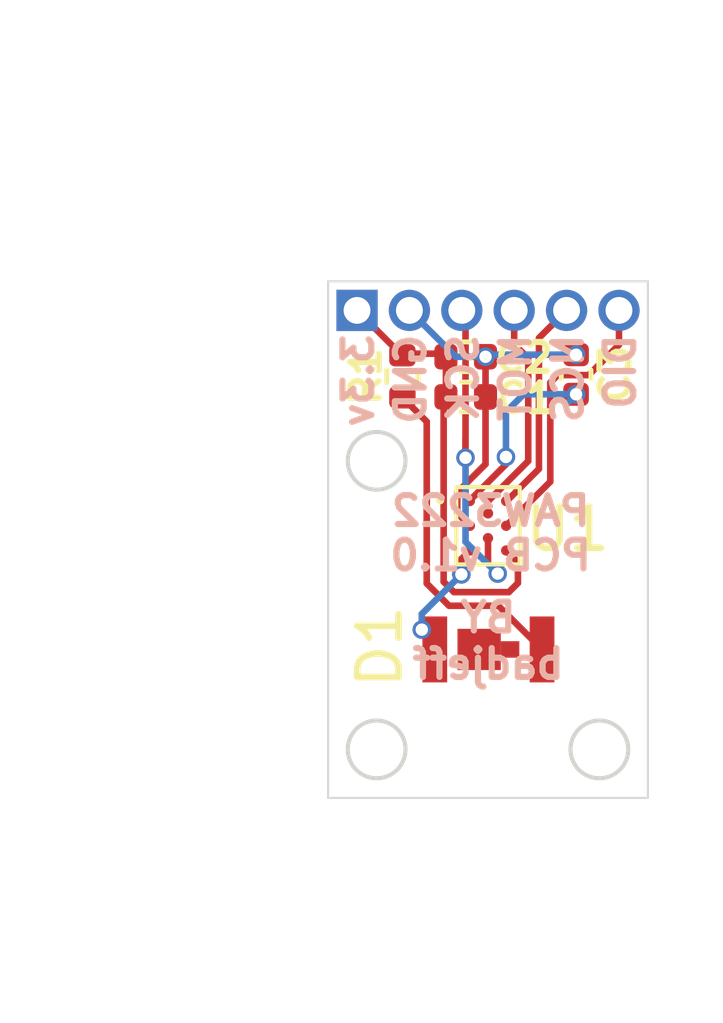
<source format=kicad_pcb>
(kicad_pcb (version 20240108) (generator "pcbnew") (generator_version "8.0")
  (layers (0 "F.Cu" signal) (31 "B.Cu" signal) (34 "B.Paste" user) (35 "F.Paste" user) (36 "B.SilkS" user "B.Silkscreen") (37 "F.SilkS" user "F.Silkscreen") (38 "B.Mask" user) (39 "F.Mask" user) (44 "Edge.Cuts" user))
  (net 0 "")
  (net 1 "GND")
  (net 2 "Net-(U1-VDDA)")
  (net 3 "Net-(D1-K)")
  (net 4 "Net-(D1-A)")
  (net 5 "SDIO")
  (net 6 "VCC 3.3V")
  (net 7 "NCS")
  (net 8 "MOTION")
  (net 9 "SCLK")
  (footprint "Capacitor_SMD:C_0402_1005Metric" (layer "F.Cu") (at 142.425 78.7)
    (property "Reference" "C2" (at 1.415 0.025 0) (layer "F.SilkS") (effects (font (size 0.7 0.7))))
    (property "Value" "10uF")
    (fp_line (start -0.107836 -0.36) (end 0.107836 -0.36) (stroke (width 0.12)) (layer "F.SilkS"))
    (fp_line (start -0.107836 0.36) (end 0.107836 0.36) (stroke (width 0.12)) (layer "F.SilkS"))
    (pad "1" smd roundrect (at -0.48 0) (size 0.56 0.62) (layers "F.Cu" "F.Paste" "F.Mask") (net 6 "VCC 3.3V"))
    (pad "2" smd roundrect (at 0.48 0) (size 0.56 0.62) (layers "F.Cu" "F.Paste" "F.Mask") (net 1 "GND"))
  )
  (footprint "Capacitor_SMD:C_0402_1005Metric" (layer "F.Cu") (at 145.1 79.13 90)
    (property "Reference" "C3" (at 0 0.95 90) (layer "F.SilkS") (effects (font (size 0.7 0.7))))
    (property "Value" "4.7uF")
    (fp_line (start -0.107836 -0.36) (end 0.107836 -0.36) (stroke (width 0.12)) (layer "F.SilkS"))
    (fp_line (start -0.107836 0.36) (end 0.107836 0.36) (stroke (width 0.12)) (layer "F.SilkS"))
    (pad "1" smd roundrect (at -0.48 0 90) (size 0.56 0.62) (layers "F.Cu" "F.Paste" "F.Mask") (net 2 "Net-(U1-VDDA)"))
    (pad "2" smd roundrect (at 0.48 0 90) (size 0.56 0.62) (layers "F.Cu" "F.Paste" "F.Mask") (net 1 "GND"))
  )
  (footprint "Resistor_SMD:R_0402_1005Metric" (layer "F.Cu") (at 140.89 79.175 90)
    (property "Reference" "R1" (at 0 -0.89 90) (layer "F.SilkS") (effects (font (size 0.7 0.7))))
    (property "Value" "51R")
    (fp_line (start -0.153641 -0.38) (end 0.153641 -0.38) (stroke (width 0.12)) (layer "F.SilkS"))
    (fp_line (start -0.153641 0.38) (end 0.153641 0.38) (stroke (width 0.12)) (layer "F.SilkS"))
    (pad "1" smd roundrect (at -0.51 0 90) (size 0.54 0.64) (layers "F.Cu" "F.Paste" "F.Mask") (net 4 "Net-(D1-A)"))
    (pad "2" smd roundrect (at 0.51 0 90) (size 0.54 0.64) (layers "F.Cu" "F.Paste" "F.Mask") (net 6 "VCC 3.3V"))
  )
  (footprint "paw3222:LTE-C216-P-W" (layer "F.Cu") (at 142.975 85.8 90)
    (property "Reference" "D1" (at 0.07 -2.635 90) (layer "F.SilkS") (effects (font (thickness 0.16))))
    (property "Value" "IR LED LTE-C216-P-W")
    (fp_rect (start -0.5 -0.75) (end 0.5 0.3) (fill solid) (layer "F.Cu"))
    (fp_rect (start -0.2 0.3) (end 0.2 0.75) (fill solid) (layer "F.Cu"))
    (pad "1" smd rect (at 0 -1.3 90) (size 1.6 0.6) (layers "F.Cu" "F.Paste" "F.Mask") (net 3 "Net-(D1-K)"))
    (pad "2" smd rect (at 0 1.3 90) (size 1.6 0.6) (layers "F.Cu" "F.Paste" "F.Mask") (net 4 "Net-(D1-A)"))
  )
  (footprint "paw3222:PAW3222LU" (layer "F.Cu") (at 142.965 82.8)
    (property "Reference" "U1" (at 1.925 0.08 0) (layer "F.SilkS") (effects (font (thickness 0.16) (bold yes))))
    (property "Value" "PAW3220LU")
    (fp_rect (start -0.7683 -0.9378) (end 0.7683 0.9378) (stroke (width 0.1)) (fill none) (layer "F.SilkS"))
    (fp_circle (center -1.16 -0.62) (end -1.06 -0.62) (fill solid) (layer "F.SilkS"))
    (fp_circle (center -2.7 -1.575) (end -2 -1.575) (stroke (width 0.1)) (fill none) (layer "Edge.Cuts"))
    (fp_circle (center -2.7 5.425) (end -2 5.425) (stroke (width 0.1)) (fill none) (layer "Edge.Cuts"))
    (fp_circle (center 2.7 5.425) (end 3.4 5.425) (stroke (width 0.1)) (fill none) (layer "Edge.Cuts"))
    (pad "A1" smd circle (at -0.44 -0.6) (size 0.25 0.25) (layers "F.Cu" "F.Paste" "F.Mask") (net 2 "Net-(U1-VDDA)"))
    (pad "A3" smd circle (at 0.44 -0.6) (size 0.25 0.25) (layers "F.Cu" "F.Paste" "F.Mask") (net 7 "NCS"))
    (pad "B2" smd circle (at 0 -0.3) (size 0.25 0.25) (layers "F.Cu" "F.Paste" "F.Mask") (net 8 "MOTION"))
    (pad "C1" smd circle (at -0.44 0) (size 0.25 0.25) (layers "F.Cu" "F.Paste" "F.Mask") (net 1 "GND"))
    (pad "C3" smd circle (at 0.44 0) (size 0.25 0.25) (layers "F.Cu" "F.Paste" "F.Mask") (net 5 "SDIO"))
    (pad "D2" smd circle (at 0 0.3) (size 0.25 0.25) (layers "F.Cu" "F.Paste" "F.Mask") (net 9 "SCLK"))
    (pad "E1" smd circle (at -0.44 0.6) (size 0.25 0.25) (layers "F.Cu" "F.Paste" "F.Mask") (net 3 "Net-(D1-K)"))
    (pad "E3" smd circle (at 0.44 0.6) (size 0.25 0.25) (layers "F.Cu" "F.Paste" "F.Mask") (net 6 "VCC 3.3V"))
  )
  (footprint "Capacitor_SMD:C_0402_1005Metric" (layer "F.Cu") (at 142.425 79.675)
    (property "Reference" "C1" (at 1.445 0.03 0) (layer "F.SilkS") (effects (font (size 0.7 0.7))))
    (property "Value" "0.1uF")
    (fp_line (start -0.107836 -0.36) (end 0.107836 -0.36) (stroke (width 0.12)) (layer "F.SilkS"))
    (fp_line (start -0.107836 0.36) (end 0.107836 0.36) (stroke (width 0.12)) (layer "F.SilkS"))
    (pad "1" smd roundrect (at -0.48 0) (size 0.56 0.62) (layers "F.Cu" "F.Paste" "F.Mask") (net 6 "VCC 3.3V"))
    (pad "2" smd roundrect (at 0.48 0) (size 0.56 0.62) (layers "F.Cu" "F.Paste" "F.Mask") (net 1 "GND"))
  )
  (footprint "Connector_PinHeader_1.27mm:PinHeader_1x06_P1.27mm_Vertical" (layer "F.Cu") (at 139.79 77.575 90)
    (property "Reference" "J1" (hide yes))
    (property "Value" "Conn_01x06_Socket")
    (pad "1" thru_hole rect (at 0 0 90) (size 1 1) (drill 0.65) (layers "*.Cu" "*.Mask") (net 6 "VCC 3.3V"))
    (pad "2" thru_hole oval (at 0 1.27 90) (size 1 1) (drill 0.65) (layers "*.Cu" "*.Mask") (net 1 "GND"))
    (pad "3" thru_hole oval (at 0 2.54 90) (size 1 1) (drill 0.65) (layers "*.Cu" "*.Mask") (net 9 "SCLK"))
    (pad "4" thru_hole oval (at 0 3.81 90) (size 1 1) (drill 0.65) (layers "*.Cu" "*.Mask") (net 8 "MOTION"))
    (pad "5" thru_hole oval (at 0 5.08 90) (size 1 1) (drill 0.65) (layers "*.Cu" "*.Mask") (net 7 "NCS"))
    (pad "6" thru_hole oval (at 0 6.35 90) (size 1 1) (drill 0.65) (layers "*.Cu" "*.Mask") (net 5 "SDIO"))
  )
  (gr_line (start 139.09 89.4) (end 146.84 89.4) (stroke (width 0.05)) (layer "Edge.Cuts"))
  (gr_line (start 146.84 76.87) (end 139.09 76.87) (stroke (width 0.05)) (layer "Edge.Cuts"))
  (gr_line (start 146.84 89.4) (end 146.84 76.87) (stroke (width 0.05)) (layer "Edge.Cuts"))
  (gr_line (start 139.09 76.87) (end 139.09 89.4) (stroke (width 0.05)) (layer "Edge.Cuts"))
  (gr_text "DIO" (at 146.58 78.08 90) (layer "B.SilkS") (effects (font (size 0.7 0.7) (thickness 0.15) (bold yes)) (justify left bottom mirror)))
  (gr_text "BY\nbadjeff" (at 142.971666 86.56 0) (layer "B.SilkS") (effects (font (size 0.7 0.7) (thickness 0.15) (bold yes)) (justify bottom mirror)))
  (gr_text "MOT" (at 144.04 78.08 90) (layer "B.SilkS") (effects (font (size 0.7 0.7) (thickness 0.15) (bold yes)) (justify left bottom mirror)))
  (gr_text "PCB v1.0" (at 145.543333 83.93 0) (layer "B.SilkS") (effects (font (size 0.7 0.7) (thickness 0.15) (bold yes)) (justify left bottom mirror)))
  (gr_text "3.3v" (at 140.23 78.08 90) (layer "B.SilkS") (effects (font (size 0.7 0.7) (thickness 0.15) (bold yes)) (justify left bottom mirror)))
  (gr_text "NCS" (at 145.31 78.08 90) (layer "B.SilkS") (effects (font (size 0.7 0.7) (thickness 0.15) (bold yes)) (justify left bottom mirror)))
  (gr_text "SCK" (at 142.77 78.08 90) (layer "B.SilkS") (effects (font (size 0.7 0.7) (thickness 0.15) (bold yes)) (justify left bottom mirror)))
  (gr_text "GND" (at 141.5 78.08 90) (layer "B.SilkS") (effects (font (size 0.7 0.7) (thickness 0.15) (bold yes)) (justify left bottom mirror)))
  (gr_text "PAW3222" (at 145.51 82.85 0) (layer "B.SilkS") (effects (font (size 0.7 0.7) (thickness 0.15) (bold yes)) (justify left bottom mirror)))
  (segment (start 142.22 82.495) (end 142.525 82.8) (width 0.16) (layer "F.Cu") (net 1))
  (segment (start 142.905 79.7) (end 142.905 81.305) (width 0.16) (layer "F.Cu") (net 1))
  (segment (start 142.905 78.7) (end 142.92 78.715) (width 0.16) (layer "F.Cu") (net 1))
  (segment (start 142.22 81.99) (end 142.22 82.495) (width 0.16) (layer "F.Cu") (net 1))
  (segment (start 142.905 79.675) (end 142.905 78.7) (width 0.16) (layer "F.Cu") (net 1))
  (segment (start 142.905 81.305) (end 142.22 81.99) (width 0.16) (layer "F.Cu") (net 1))
  (via (at 145.1 78.65) (size 0.45) (drill 0.3) (layers "F.Cu" "B.Cu") (net 1))
  (via (at 142.905 78.7) (size 0.45) (drill 0.3) (layers "F.Cu" "B.Cu") (net 1))
  (segment (start 142.185 78.7) (end 141.06 77.575) (width 0.16) (layer "B.Cu") (net 1))
  (segment (start 142.905 78.7) (end 142.185 78.7) (width 0.16) (layer "B.Cu") (net 1))
  (segment (start 142.955 78.65) (end 142.905 78.7) (width 0.16) (layer "B.Cu") (net 1))
  (segment (start 145.1 78.65) (end 142.955 78.65) (width 0.16) (layer "B.Cu") (net 1))
  (segment (start 144.93 79.78) (end 145.1 79.61) (width 0.16) (layer "F.Cu") (net 2))
  (segment (start 142.525 82.185) (end 142.525 82.2) (width 0.16) (layer "F.Cu") (net 2))
  (segment (start 143.4 81.13) (end 143.4 81.31) (width 0.16) (layer "F.Cu") (net 2))
  (segment (start 143.4 81.31) (end 142.525 82.185) (width 0.16) (layer "F.Cu") (net 2))
  (via (at 145.1 79.61) (size 0.45) (drill 0.3) (layers "F.Cu" "B.Cu") (net 2))
  (via (at 143.4 81.13) (size 0.45) (drill 0.3) (layers "F.Cu" "B.Cu") (net 2))
  (segment (start 143.4 81.13) (end 143.4 80.04) (width 0.16) (layer "B.Cu") (net 2))
  (segment (start 143.4 80.04) (end 143.83 79.61) (width 0.16) (layer "B.Cu") (net 2))
  (segment (start 145.1 79.61) (end 144.91 79.8) (width 0.16) (layer "B.Cu") (net 2))
  (segment (start 143.83 79.61) (end 145.1 79.61) (width 0.16) (layer "B.Cu") (net 2))
  (segment (start 142.32 83.605) (end 142.525 83.4) (width 0.16) (layer "F.Cu") (net 3))
  (segment (start 142.32 83.98) (end 142.32 83.605) (width 0.16) (layer "F.Cu") (net 3))
  (segment (start 142.32 83.98) (end 142.17 83.98) (width 0.16) (layer "F.Cu") (net 3))
  (segment (start 142.17 83.98) (end 142.25 83.9) (width 0.16) (layer "F.Cu") (net 3))
  (via (at 142.32 83.98) (size 0.45) (drill 0.3) (layers "F.Cu" "B.Cu") (net 3))
  (via (at 141.36 85.32) (size 0.45) (drill 0.3) (layers "F.Cu" "B.Cu") (net 3))
  (segment (start 141.36 84.94) (end 141.36 85.32) (width 0.16) (layer "B.Cu") (net 3))
  (segment (start 142.32 83.98) (end 141.36 84.94) (width 0.16) (layer "B.Cu") (net 3))
  (segment (start 141.48 84.2) (end 142.02 84.74) (width 0.16) (layer "F.Cu") (net 4))
  (segment (start 140.89 79.685) (end 141.48 80.275) (width 0.16) (layer "F.Cu") (net 4))
  (segment (start 142.02 84.74) (end 143.215 84.74) (width 0.16) (layer "F.Cu") (net 4))
  (segment (start 141.48 80.275) (end 141.48 84.2) (width 0.16) (layer "F.Cu") (net 4))
  (segment (start 143.215 84.74) (end 144.275 85.8) (width 0.16) (layer "F.Cu") (net 4))
  (segment (start 144.475 81.73) (end 144.475 79.35) (width 0.16) (layer "F.Cu") (net 5))
  (segment (start 145.405 79.145) (end 146.14 78.41) (width 0.16) (layer "F.Cu") (net 5))
  (segment (start 143.405 82.8) (end 144.475 81.73) (width 0.16) (layer "F.Cu") (net 5))
  (segment (start 144.475 79.325) (end 144.655 79.145) (width 0.16) (layer "F.Cu") (net 5))
  (segment (start 144.655 79.145) (end 145.405 79.145) (width 0.16) (layer "F.Cu") (net 5))
  (segment (start 146.14 78.41) (end 146.14 77.575) (width 0.16) (layer "F.Cu") (net 5))
  (segment (start 146.14 77.335) (end 145.83 77.335) (width 0.16) (layer "F.Cu") (net 5))
  (segment (start 141.945 78.995) (end 141.945 79.905) (width 0.16) (layer "F.Cu") (net 6))
  (segment (start 140.89 78.665) (end 140.88 78.665) (width 0.16) (layer "F.Cu") (net 6))
  (segment (start 141.075 78.625) (end 141.87 78.625) (width 0.16) (layer "F.Cu") (net 6))
  (segment (start 141.87 78.625) (end 141.945 78.7) (width 0.16) (layer "F.Cu") (net 6))
  (segment (start 140.88 78.665) (end 139.79 77.575) (width 0.16) (layer "F.Cu") (net 6))
  (segment (start 141.89 79.73) (end 141.89 84.158112) (width 0.16) (layer "F.Cu") (net 6))
  (segment (start 141.945 79.675) (end 141.89 79.73) (width 0.16) (layer "F.Cu") (net 6))
  (segment (start 142.141888 84.41) (end 143.47 84.41) (width 0.16) (layer "F.Cu") (net 6))
  (segment (start 143.69 84.19) (end 143.69 83.685) (width 0.16) (layer "F.Cu") (net 6))
  (segment (start 143.47 84.41) (end 143.69 84.19) (width 0.16) (layer "F.Cu") (net 6))
  (segment (start 141.89 84.158112) (end 142.141888 84.41) (width 0.16) (layer "F.Cu") (net 6))
  (segment (start 143.69 83.685) (end 143.405 83.4) (width 0.16) (layer "F.Cu") (net 6))
  (segment (start 143.405 82.2) (end 143.42 82.2) (width 0.16) (layer "F.Cu") (net 7))
  (segment (start 144.65 77.53) (end 144.845 77.335) (width 0.16) (layer "F.Cu") (net 7))
  (segment (start 143.42 82.2) (end 144.2 81.42) (width 0.16) (layer "F.Cu") (net 7))
  (segment (start 144.845 77.335) (end 144.87 77.335) (width 0.16) (layer "F.Cu") (net 7))
  (segment (start 144.2 81.42) (end 144.2 78.27) (width 0.16) (layer "F.Cu") (net 7))
  (segment (start 144.2 78.245) (end 144.87 77.575) (width 0.16) (layer "F.Cu") (net 7))
  (segment (start 143.94 81.23) (end 142.965 82.205) (width 0.16) (layer "F.Cu") (net 8))
  (segment (start 142.965 82.205) (end 142.965 82.5) (width 0.16) (layer "F.Cu") (net 8))
  (segment (start 143.6 78.395) (end 143.6 77.575) (width 0.16) (layer "F.Cu") (net 8))
  (segment (start 143.94 78.76) (end 143.94 81.23) (width 0.16) (layer "F.Cu") (net 8))
  (segment (start 143.94 78.735) (end 143.6 78.395) (width 0.16) (layer "F.Cu") (net 8))
  (segment (start 142.42 81.15) (end 142.42 77.46) (width 0.16) (layer "F.Cu") (net 9))
  (segment (start 143.2 83.96) (end 142.965 83.725) (width 0.16) (layer "F.Cu") (net 9))
  (segment (start 142.42 77.435) (end 142.32 77.335) (width 0.16) (layer "F.Cu") (net 9))
  (segment (start 142.42 81.15) (end 142.42 80.69) (width 0.16) (layer "F.Cu") (net 9))
  (segment (start 142.965 83.725) (end 142.965 83.1) (width 0.16) (layer "F.Cu") (net 9))
  (via (at 142.42 81.15) (size 0.45) (drill 0.3) (layers "F.Cu" "B.Cu") (net 9))
  (via (at 143.2 83.96) (size 0.45) (drill 0.3) (layers "F.Cu" "B.Cu") (net 9))
  (segment (start 142.42 83.19) (end 142.42 81.15) (width 0.16) (layer "B.Cu") (net 9))
  (segment (start 143.19 83.96) (end 142.42 83.19) (width 0.16) (layer "B.Cu") (net 9))
  (segment (start 143.2 83.96) (end 143.19 83.96) (width 0.16) (layer "B.Cu") (net 9))
)
</source>
